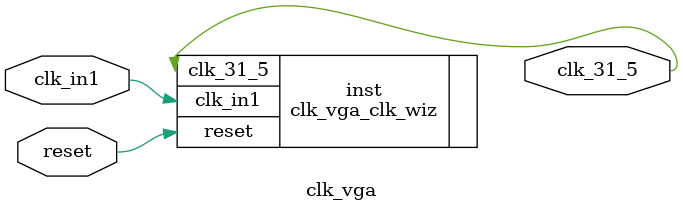
<source format=v>


`timescale 1ps/1ps

(* CORE_GENERATION_INFO = "clk_vga,clk_wiz_v6_0_4_0_0,{component_name=clk_vga,use_phase_alignment=true,use_min_o_jitter=false,use_max_i_jitter=false,use_dyn_phase_shift=false,use_inclk_switchover=false,use_dyn_reconfig=false,enable_axi=0,feedback_source=FDBK_AUTO,PRIMITIVE=MMCM,num_out_clk=1,clkin1_period=10.000,clkin2_period=10.000,use_power_down=false,use_reset=true,use_locked=false,use_inclk_stopped=false,feedback_type=SINGLE,CLOCK_MGR_TYPE=NA,manual_override=false}" *)

module clk_vga 
 (
  // Clock out ports
  output        clk_31_5,
  // Status and control signals
  input         reset,
 // Clock in ports
  input         clk_in1
 );

  clk_vga_clk_wiz inst
  (
  // Clock out ports  
  .clk_31_5(clk_31_5),
  // Status and control signals               
  .reset(reset), 
 // Clock in ports
  .clk_in1(clk_in1)
  );

endmodule

</source>
